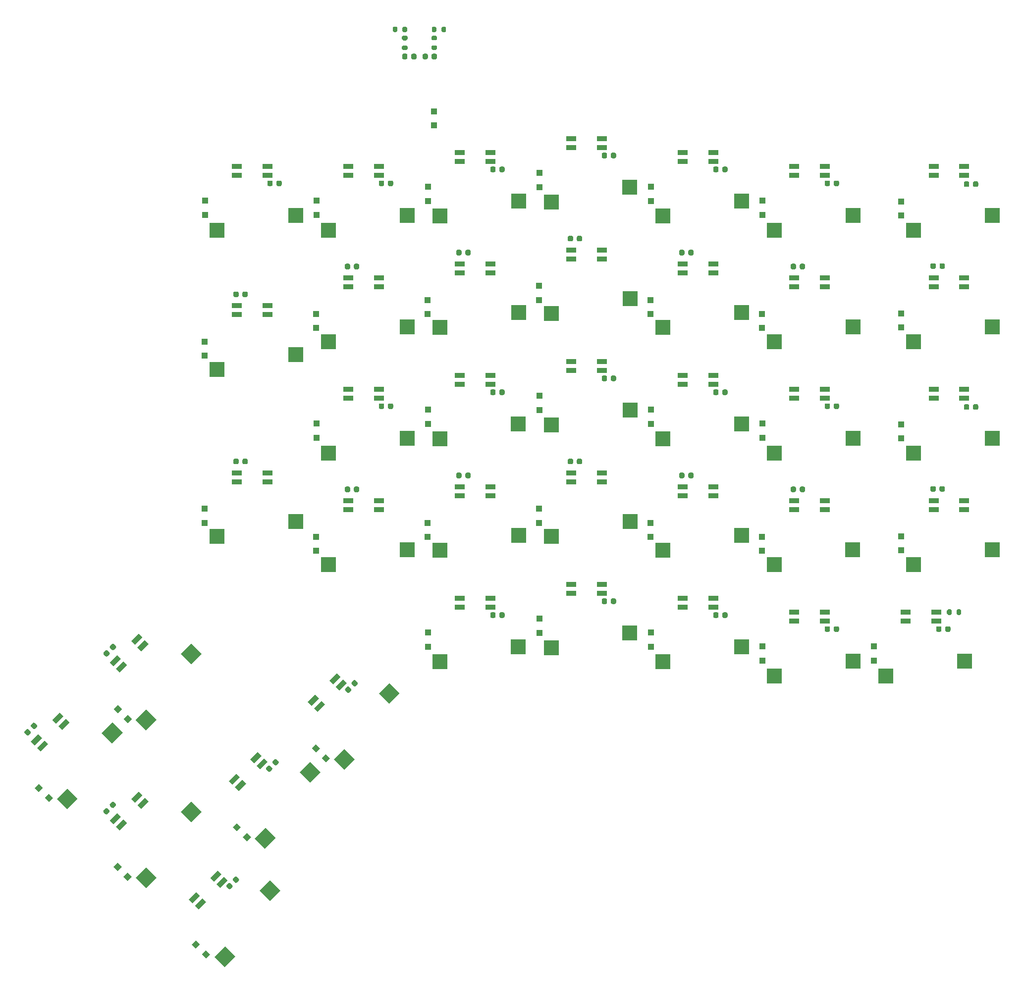
<source format=gbr>
%TF.GenerationSoftware,KiCad,Pcbnew,(5.1.8)-1*%
%TF.CreationDate,2022-07-09T18:06:19+10:00*%
%TF.ProjectId,ergonomic_split_right,6572676f-6e6f-46d6-9963-5f73706c6974,rev?*%
%TF.SameCoordinates,Original*%
%TF.FileFunction,Paste,Bot*%
%TF.FilePolarity,Positive*%
%FSLAX46Y46*%
G04 Gerber Fmt 4.6, Leading zero omitted, Abs format (unit mm)*
G04 Created by KiCad (PCBNEW (5.1.8)-1) date 2022-07-09 18:06:19*
%MOMM*%
%LPD*%
G01*
G04 APERTURE LIST*
%ADD10C,0.100000*%
%ADD11R,1.000000X1.000000*%
%ADD12R,2.550000X2.500000*%
%ADD13R,1.800000X0.900000*%
G04 APERTURE END LIST*
%TO.C,SW12*%
G36*
G01*
X127360215Y-150958835D02*
X127006661Y-150605281D01*
G75*
G02*
X127006661Y-150287083I159099J159099D01*
G01*
X127324859Y-149968885D01*
G75*
G02*
X127643057Y-149968885I159099J-159099D01*
G01*
X127996611Y-150322439D01*
G75*
G02*
X127996611Y-150640637I-159099J-159099D01*
G01*
X127678413Y-150958835D01*
G75*
G02*
X127360215Y-150958835I-159099J159099D01*
G01*
G37*
D10*
G36*
X128727292Y-159971943D02*
G01*
X129434399Y-159264836D01*
X130141506Y-159971943D01*
X129434399Y-160679050D01*
X128727292Y-159971943D01*
G37*
G36*
X130424348Y-161668999D02*
G01*
X131131455Y-160961892D01*
X131838562Y-161668999D01*
X131131455Y-162376106D01*
X130424348Y-161668999D01*
G37*
G36*
G01*
X128456230Y-149862819D02*
X128102676Y-149509265D01*
G75*
G02*
X128102676Y-149191067I159099J159099D01*
G01*
X128420874Y-148872869D01*
G75*
G02*
X128739072Y-148872869I159099J-159099D01*
G01*
X129092626Y-149226423D01*
G75*
G02*
X129092626Y-149544621I-159099J-159099D01*
G01*
X128774428Y-149862819D01*
G75*
G02*
X128456230Y-149862819I-159099J159099D01*
G01*
G37*
G36*
X130373069Y-151830824D02*
G01*
X131009465Y-152467220D01*
X129736673Y-153740012D01*
X129100277Y-153103616D01*
X130373069Y-151830824D01*
G37*
G36*
X132989364Y-147093209D02*
G01*
X133625760Y-147729605D01*
X132352968Y-149002397D01*
X131716572Y-148366001D01*
X132989364Y-147093209D01*
G37*
G36*
X129312409Y-150770164D02*
G01*
X129948805Y-151406560D01*
X128676013Y-152679352D01*
X128039617Y-152042956D01*
X129312409Y-150770164D01*
G37*
G36*
X134050024Y-148153869D02*
G01*
X134686420Y-148790265D01*
X133413628Y-150063057D01*
X132777232Y-149426661D01*
X134050024Y-148153869D01*
G37*
G36*
X141985637Y-148758480D02*
G01*
X143753404Y-150526247D01*
X141950281Y-152329370D01*
X140182514Y-150561603D01*
X141985637Y-148758480D01*
G37*
G36*
X134288779Y-160047440D02*
G01*
X136056546Y-161815207D01*
X134253423Y-163618330D01*
X132485656Y-161850563D01*
X134288779Y-160047440D01*
G37*
%TD*%
%TO.C,SW1*%
G36*
G01*
X113871719Y-164452550D02*
X113518165Y-164098996D01*
G75*
G02*
X113518165Y-163780798I159099J159099D01*
G01*
X113836363Y-163462600D01*
G75*
G02*
X114154561Y-163462600I159099J-159099D01*
G01*
X114508115Y-163816154D01*
G75*
G02*
X114508115Y-164134352I-159099J-159099D01*
G01*
X114189917Y-164452550D01*
G75*
G02*
X113871719Y-164452550I-159099J159099D01*
G01*
G37*
G36*
X115238796Y-173465658D02*
G01*
X115945903Y-172758551D01*
X116653010Y-173465658D01*
X115945903Y-174172765D01*
X115238796Y-173465658D01*
G37*
G36*
X116935852Y-175162714D02*
G01*
X117642959Y-174455607D01*
X118350066Y-175162714D01*
X117642959Y-175869821D01*
X116935852Y-175162714D01*
G37*
G36*
G01*
X114967734Y-163356534D02*
X114614180Y-163002980D01*
G75*
G02*
X114614180Y-162684782I159099J159099D01*
G01*
X114932378Y-162366584D01*
G75*
G02*
X115250576Y-162366584I159099J-159099D01*
G01*
X115604130Y-162720138D01*
G75*
G02*
X115604130Y-163038336I-159099J-159099D01*
G01*
X115285932Y-163356534D01*
G75*
G02*
X114967734Y-163356534I-159099J159099D01*
G01*
G37*
G36*
X116884573Y-165324539D02*
G01*
X117520969Y-165960935D01*
X116248177Y-167233727D01*
X115611781Y-166597331D01*
X116884573Y-165324539D01*
G37*
G36*
X119500868Y-160586924D02*
G01*
X120137264Y-161223320D01*
X118864472Y-162496112D01*
X118228076Y-161859716D01*
X119500868Y-160586924D01*
G37*
G36*
X115823913Y-164263879D02*
G01*
X116460309Y-164900275D01*
X115187517Y-166173067D01*
X114551121Y-165536671D01*
X115823913Y-164263879D01*
G37*
G36*
X120561528Y-161647584D02*
G01*
X121197924Y-162283980D01*
X119925132Y-163556772D01*
X119288736Y-162920376D01*
X120561528Y-161647584D01*
G37*
G36*
X128497141Y-162252195D02*
G01*
X130264908Y-164019962D01*
X128461785Y-165823085D01*
X126694018Y-164055318D01*
X128497141Y-162252195D01*
G37*
G36*
X120800283Y-173541155D02*
G01*
X122568050Y-175308922D01*
X120764927Y-177112045D01*
X118997160Y-175344278D01*
X120800283Y-173541155D01*
G37*
%TD*%
%TO.C,SW35*%
G36*
G01*
X148381215Y-190748605D02*
X148027661Y-190395051D01*
G75*
G02*
X148027661Y-190076853I159099J159099D01*
G01*
X148345859Y-189758655D01*
G75*
G02*
X148664057Y-189758655I159099J-159099D01*
G01*
X149017611Y-190112209D01*
G75*
G02*
X149017611Y-190430407I-159099J-159099D01*
G01*
X148699413Y-190748605D01*
G75*
G02*
X148381215Y-190748605I-159099J159099D01*
G01*
G37*
G36*
G01*
X149477231Y-189652589D02*
X149123677Y-189299035D01*
G75*
G02*
X149123677Y-188980837I159099J159099D01*
G01*
X149441875Y-188662639D01*
G75*
G02*
X149760073Y-188662639I159099J-159099D01*
G01*
X150113627Y-189016193D01*
G75*
G02*
X150113627Y-189334391I-159099J-159099D01*
G01*
X149795429Y-189652589D01*
G75*
G02*
X149477231Y-189652589I-159099J159099D01*
G01*
G37*
G36*
X142075562Y-200214318D02*
G01*
X142782669Y-199507211D01*
X143489776Y-200214318D01*
X142782669Y-200921425D01*
X142075562Y-200214318D01*
G37*
G36*
X143772618Y-201911374D02*
G01*
X144479725Y-201204267D01*
X145186832Y-201911374D01*
X144479725Y-202618481D01*
X143772618Y-201911374D01*
G37*
G36*
X155479387Y-189239730D02*
G01*
X157247154Y-191007497D01*
X155444031Y-192810620D01*
X153676264Y-191042853D01*
X155479387Y-189239730D01*
G37*
G36*
X143865157Y-192312110D02*
G01*
X144501553Y-192948506D01*
X143228761Y-194221298D01*
X142592365Y-193584902D01*
X143865157Y-192312110D01*
G37*
G36*
X147782529Y-200528690D02*
G01*
X149550296Y-202296457D01*
X147747173Y-204099580D01*
X145979406Y-202331813D01*
X147782529Y-200528690D01*
G37*
G36*
X142804497Y-191251450D02*
G01*
X143440893Y-191887846D01*
X142168101Y-193160638D01*
X141531705Y-192524242D01*
X142804497Y-191251450D01*
G37*
G36*
X146481452Y-187574494D02*
G01*
X147117848Y-188210890D01*
X145845056Y-189483682D01*
X145208660Y-188847286D01*
X146481452Y-187574494D01*
G37*
G36*
X147542113Y-188635155D02*
G01*
X148178509Y-189271551D01*
X146905717Y-190544343D01*
X146269321Y-189907947D01*
X147542113Y-188635155D01*
G37*
%TD*%
%TO.C,C4*%
G36*
G01*
X183965000Y-48175100D02*
X183965000Y-48675100D01*
G75*
G02*
X183740000Y-48900100I-225000J0D01*
G01*
X183290000Y-48900100D01*
G75*
G02*
X183065000Y-48675100I0J225000D01*
G01*
X183065000Y-48175100D01*
G75*
G02*
X183290000Y-47950100I225000J0D01*
G01*
X183740000Y-47950100D01*
G75*
G02*
X183965000Y-48175100I0J-225000D01*
G01*
G37*
G36*
G01*
X182415000Y-48175100D02*
X182415000Y-48675100D01*
G75*
G02*
X182190000Y-48900100I-225000J0D01*
G01*
X181740000Y-48900100D01*
G75*
G02*
X181515000Y-48675100I0J225000D01*
G01*
X181515000Y-48175100D01*
G75*
G02*
X181740000Y-47950100I225000J0D01*
G01*
X182190000Y-47950100D01*
G75*
G02*
X182415000Y-48175100I0J-225000D01*
G01*
G37*
%TD*%
%TO.C,C6*%
G36*
G01*
X178035800Y-48675100D02*
X178035800Y-48175100D01*
G75*
G02*
X178260800Y-47950100I225000J0D01*
G01*
X178710800Y-47950100D01*
G75*
G02*
X178935800Y-48175100I0J-225000D01*
G01*
X178935800Y-48675100D01*
G75*
G02*
X178710800Y-48900100I-225000J0D01*
G01*
X178260800Y-48900100D01*
G75*
G02*
X178035800Y-48675100I0J225000D01*
G01*
G37*
G36*
G01*
X179585800Y-48675100D02*
X179585800Y-48175100D01*
G75*
G02*
X179810800Y-47950100I225000J0D01*
G01*
X180260800Y-47950100D01*
G75*
G02*
X180485800Y-48175100I0J-225000D01*
G01*
X180485800Y-48675100D01*
G75*
G02*
X180260800Y-48900100I-225000J0D01*
G01*
X179810800Y-48900100D01*
G75*
G02*
X179585800Y-48675100I0J225000D01*
G01*
G37*
%TD*%
D11*
%TO.C,D1*%
X183454040Y-57808160D03*
X183454040Y-60208160D03*
%TD*%
%TO.C,R1*%
G36*
G01*
X271938700Y-143146100D02*
X271938700Y-143696100D01*
G75*
G02*
X271738700Y-143896100I-200000J0D01*
G01*
X271338700Y-143896100D01*
G75*
G02*
X271138700Y-143696100I0J200000D01*
G01*
X271138700Y-143146100D01*
G75*
G02*
X271338700Y-142946100I200000J0D01*
G01*
X271738700Y-142946100D01*
G75*
G02*
X271938700Y-143146100I0J-200000D01*
G01*
G37*
G36*
G01*
X273588700Y-143146100D02*
X273588700Y-143696100D01*
G75*
G02*
X273388700Y-143896100I-200000J0D01*
G01*
X272988700Y-143896100D01*
G75*
G02*
X272788700Y-143696100I0J200000D01*
G01*
X272788700Y-143146100D01*
G75*
G02*
X272988700Y-142946100I200000J0D01*
G01*
X273388700Y-142946100D01*
G75*
G02*
X273588700Y-143146100I0J-200000D01*
G01*
G37*
%TD*%
%TO.C,R4*%
G36*
G01*
X183227300Y-44862800D02*
X183777300Y-44862800D01*
G75*
G02*
X183977300Y-45062800I0J-200000D01*
G01*
X183977300Y-45462800D01*
G75*
G02*
X183777300Y-45662800I-200000J0D01*
G01*
X183227300Y-45662800D01*
G75*
G02*
X183027300Y-45462800I0J200000D01*
G01*
X183027300Y-45062800D01*
G75*
G02*
X183227300Y-44862800I200000J0D01*
G01*
G37*
G36*
G01*
X183227300Y-46512800D02*
X183777300Y-46512800D01*
G75*
G02*
X183977300Y-46712800I0J-200000D01*
G01*
X183977300Y-47112800D01*
G75*
G02*
X183777300Y-47312800I-200000J0D01*
G01*
X183227300Y-47312800D01*
G75*
G02*
X183027300Y-47112800I0J200000D01*
G01*
X183027300Y-46712800D01*
G75*
G02*
X183227300Y-46512800I200000J0D01*
G01*
G37*
%TD*%
%TO.C,R7*%
G36*
G01*
X178198100Y-46525500D02*
X178748100Y-46525500D01*
G75*
G02*
X178948100Y-46725500I0J-200000D01*
G01*
X178948100Y-47125500D01*
G75*
G02*
X178748100Y-47325500I-200000J0D01*
G01*
X178198100Y-47325500D01*
G75*
G02*
X177998100Y-47125500I0J200000D01*
G01*
X177998100Y-46725500D01*
G75*
G02*
X178198100Y-46525500I200000J0D01*
G01*
G37*
G36*
G01*
X178198100Y-44875500D02*
X178748100Y-44875500D01*
G75*
G02*
X178948100Y-45075500I0J-200000D01*
G01*
X178948100Y-45475500D01*
G75*
G02*
X178748100Y-45675500I-200000J0D01*
G01*
X178198100Y-45675500D01*
G75*
G02*
X177998100Y-45475500I0J200000D01*
G01*
X177998100Y-45075500D01*
G75*
G02*
X178198100Y-44875500I200000J0D01*
G01*
G37*
%TD*%
%TO.C,R8*%
G36*
G01*
X177223100Y-43514600D02*
X177223100Y-44064600D01*
G75*
G02*
X177023100Y-44264600I-200000J0D01*
G01*
X176623100Y-44264600D01*
G75*
G02*
X176423100Y-44064600I0J200000D01*
G01*
X176423100Y-43514600D01*
G75*
G02*
X176623100Y-43314600I200000J0D01*
G01*
X177023100Y-43314600D01*
G75*
G02*
X177223100Y-43514600I0J-200000D01*
G01*
G37*
G36*
G01*
X178873100Y-43514600D02*
X178873100Y-44064600D01*
G75*
G02*
X178673100Y-44264600I-200000J0D01*
G01*
X178273100Y-44264600D01*
G75*
G02*
X178073100Y-44064600I0J200000D01*
G01*
X178073100Y-43514600D01*
G75*
G02*
X178273100Y-43314600I200000J0D01*
G01*
X178673100Y-43314600D01*
G75*
G02*
X178873100Y-43514600I0J-200000D01*
G01*
G37*
%TD*%
%TO.C,R9*%
G36*
G01*
X183089600Y-44064600D02*
X183089600Y-43514600D01*
G75*
G02*
X183289600Y-43314600I200000J0D01*
G01*
X183689600Y-43314600D01*
G75*
G02*
X183889600Y-43514600I0J-200000D01*
G01*
X183889600Y-44064600D01*
G75*
G02*
X183689600Y-44264600I-200000J0D01*
G01*
X183289600Y-44264600D01*
G75*
G02*
X183089600Y-44064600I0J200000D01*
G01*
G37*
G36*
G01*
X184739600Y-44064600D02*
X184739600Y-43514600D01*
G75*
G02*
X184939600Y-43314600I200000J0D01*
G01*
X185339600Y-43314600D01*
G75*
G02*
X185539600Y-43514600I0J-200000D01*
G01*
X185539600Y-44064600D01*
G75*
G02*
X185339600Y-44264600I-200000J0D01*
G01*
X184939600Y-44264600D01*
G75*
G02*
X184739600Y-44064600I0J200000D01*
G01*
G37*
%TD*%
%TO.C,SW2*%
G36*
G01*
X274037340Y-70498780D02*
X274037340Y-69998780D01*
G75*
G02*
X274262340Y-69773780I225000J0D01*
G01*
X274712340Y-69773780D01*
G75*
G02*
X274937340Y-69998780I0J-225000D01*
G01*
X274937340Y-70498780D01*
G75*
G02*
X274712340Y-70723780I-225000J0D01*
G01*
X274262340Y-70723780D01*
G75*
G02*
X274037340Y-70498780I0J225000D01*
G01*
G37*
X263324340Y-73195180D03*
X263324340Y-75595180D03*
G36*
G01*
X275587340Y-70498780D02*
X275587340Y-69998780D01*
G75*
G02*
X275812340Y-69773780I225000J0D01*
G01*
X276262340Y-69773780D01*
G75*
G02*
X276487340Y-69998780I0J-225000D01*
G01*
X276487340Y-70498780D01*
G75*
G02*
X276262340Y-70723780I-225000J0D01*
G01*
X275812340Y-70723780D01*
G75*
G02*
X275587340Y-70498780I0J225000D01*
G01*
G37*
D12*
X278868760Y-75561310D03*
D13*
X268858760Y-68721310D03*
D12*
X265443760Y-78101310D03*
D13*
X268858760Y-67221310D03*
X274058760Y-67221310D03*
X274058760Y-68721310D03*
%TD*%
%TO.C,SW3*%
G36*
G01*
X268322340Y-84494180D02*
X268322340Y-83994180D01*
G75*
G02*
X268547340Y-83769180I225000J0D01*
G01*
X268997340Y-83769180D01*
G75*
G02*
X269222340Y-83994180I0J-225000D01*
G01*
X269222340Y-84494180D01*
G75*
G02*
X268997340Y-84719180I-225000J0D01*
G01*
X268547340Y-84719180D01*
G75*
G02*
X268322340Y-84494180I0J225000D01*
G01*
G37*
D11*
X263273540Y-92321380D03*
X263273540Y-94721380D03*
G36*
G01*
X269872340Y-84494180D02*
X269872340Y-83994180D01*
G75*
G02*
X270097340Y-83769180I225000J0D01*
G01*
X270547340Y-83769180D01*
G75*
G02*
X270772340Y-83994180I0J-225000D01*
G01*
X270772340Y-84494180D01*
G75*
G02*
X270547340Y-84719180I-225000J0D01*
G01*
X270097340Y-84719180D01*
G75*
G02*
X269872340Y-84494180I0J225000D01*
G01*
G37*
D13*
X268859960Y-87772460D03*
X274059960Y-86272460D03*
X268859960Y-86272460D03*
X274059960Y-87772460D03*
D12*
X278868760Y-94611310D03*
X265443760Y-97151310D03*
%TD*%
D13*
%TO.C,SW4*%
X274058760Y-106821310D03*
X274058760Y-105321310D03*
X268858760Y-105321310D03*
D12*
X265443760Y-116201310D03*
D13*
X268858760Y-106821310D03*
D12*
X278868760Y-113661310D03*
G36*
G01*
X275587340Y-108598780D02*
X275587340Y-108098780D01*
G75*
G02*
X275812340Y-107873780I225000J0D01*
G01*
X276262340Y-107873780D01*
G75*
G02*
X276487340Y-108098780I0J-225000D01*
G01*
X276487340Y-108598780D01*
G75*
G02*
X276262340Y-108823780I-225000J0D01*
G01*
X275812340Y-108823780D01*
G75*
G02*
X275587340Y-108598780I0J225000D01*
G01*
G37*
D11*
X263324340Y-113695180D03*
X263324340Y-111295180D03*
G36*
G01*
X274037340Y-108598780D02*
X274037340Y-108098780D01*
G75*
G02*
X274262340Y-107873780I225000J0D01*
G01*
X274712340Y-107873780D01*
G75*
G02*
X274937340Y-108098780I0J-225000D01*
G01*
X274937340Y-108598780D01*
G75*
G02*
X274712340Y-108823780I-225000J0D01*
G01*
X274262340Y-108823780D01*
G75*
G02*
X274037340Y-108598780I0J225000D01*
G01*
G37*
%TD*%
D12*
%TO.C,SW5*%
X265441220Y-135248770D03*
X278866220Y-132708770D03*
D13*
X274057420Y-125869920D03*
X268857420Y-124369920D03*
X274057420Y-124369920D03*
X268857420Y-125869920D03*
G36*
G01*
X269869800Y-122591640D02*
X269869800Y-122091640D01*
G75*
G02*
X270094800Y-121866640I225000J0D01*
G01*
X270544800Y-121866640D01*
G75*
G02*
X270769800Y-122091640I0J-225000D01*
G01*
X270769800Y-122591640D01*
G75*
G02*
X270544800Y-122816640I-225000J0D01*
G01*
X270094800Y-122816640D01*
G75*
G02*
X269869800Y-122591640I0J225000D01*
G01*
G37*
D11*
X263271000Y-132818840D03*
X263271000Y-130418840D03*
G36*
G01*
X268319800Y-122591640D02*
X268319800Y-122091640D01*
G75*
G02*
X268544800Y-121866640I225000J0D01*
G01*
X268994800Y-121866640D01*
G75*
G02*
X269219800Y-122091640I0J-225000D01*
G01*
X269219800Y-122591640D01*
G75*
G02*
X268994800Y-122816640I-225000J0D01*
G01*
X268544800Y-122816640D01*
G75*
G02*
X268319800Y-122591640I0J225000D01*
G01*
G37*
%TD*%
D10*
%TO.C,SW6*%
G36*
X134288779Y-187034940D02*
G01*
X136056546Y-188802707D01*
X134253423Y-190605830D01*
X132485656Y-188838063D01*
X134288779Y-187034940D01*
G37*
G36*
X141985637Y-175745980D02*
G01*
X143753404Y-177513747D01*
X141950281Y-179316870D01*
X140182514Y-177549103D01*
X141985637Y-175745980D01*
G37*
G36*
X134050024Y-175141369D02*
G01*
X134686420Y-175777765D01*
X133413628Y-177050557D01*
X132777232Y-176414161D01*
X134050024Y-175141369D01*
G37*
G36*
X129312409Y-177757664D02*
G01*
X129948805Y-178394060D01*
X128676013Y-179666852D01*
X128039617Y-179030456D01*
X129312409Y-177757664D01*
G37*
G36*
X132989364Y-174080709D02*
G01*
X133625760Y-174717105D01*
X132352968Y-175989897D01*
X131716572Y-175353501D01*
X132989364Y-174080709D01*
G37*
G36*
X130373069Y-178818324D02*
G01*
X131009465Y-179454720D01*
X129736673Y-180727512D01*
X129100277Y-180091116D01*
X130373069Y-178818324D01*
G37*
G36*
G01*
X128456230Y-176850319D02*
X128102676Y-176496765D01*
G75*
G02*
X128102676Y-176178567I159099J159099D01*
G01*
X128420874Y-175860369D01*
G75*
G02*
X128739072Y-175860369I159099J-159099D01*
G01*
X129092626Y-176213923D01*
G75*
G02*
X129092626Y-176532121I-159099J-159099D01*
G01*
X128774428Y-176850319D01*
G75*
G02*
X128456230Y-176850319I-159099J159099D01*
G01*
G37*
G36*
X130424348Y-188656499D02*
G01*
X131131455Y-187949392D01*
X131838562Y-188656499D01*
X131131455Y-189363606D01*
X130424348Y-188656499D01*
G37*
G36*
X128727292Y-186959443D02*
G01*
X129434399Y-186252336D01*
X130141506Y-186959443D01*
X129434399Y-187666550D01*
X128727292Y-186959443D01*
G37*
G36*
G01*
X127360215Y-177946335D02*
X127006661Y-177592781D01*
G75*
G02*
X127006661Y-177274583I159099J159099D01*
G01*
X127324859Y-176956385D01*
G75*
G02*
X127643057Y-176956385I159099J-159099D01*
G01*
X127996611Y-177309939D01*
G75*
G02*
X127996611Y-177628137I-159099J-159099D01*
G01*
X127678413Y-177946335D01*
G75*
G02*
X127360215Y-177946335I-159099J159099D01*
G01*
G37*
%TD*%
%TO.C,SW7*%
G36*
G01*
X174045160Y-70359080D02*
X174045160Y-69859080D01*
G75*
G02*
X174270160Y-69634080I225000J0D01*
G01*
X174720160Y-69634080D01*
G75*
G02*
X174945160Y-69859080I0J-225000D01*
G01*
X174945160Y-70359080D01*
G75*
G02*
X174720160Y-70584080I-225000J0D01*
G01*
X174270160Y-70584080D01*
G75*
G02*
X174045160Y-70359080I0J225000D01*
G01*
G37*
G36*
G01*
X175595160Y-70359080D02*
X175595160Y-69859080D01*
G75*
G02*
X175820160Y-69634080I225000J0D01*
G01*
X176270160Y-69634080D01*
G75*
G02*
X176495160Y-69859080I0J-225000D01*
G01*
X176495160Y-70359080D01*
G75*
G02*
X176270160Y-70584080I-225000J0D01*
G01*
X175820160Y-70584080D01*
G75*
G02*
X175595160Y-70359080I0J225000D01*
G01*
G37*
D11*
X163393120Y-73093580D03*
X163393120Y-75493580D03*
D12*
X178856260Y-75561310D03*
D13*
X168846260Y-68721310D03*
D12*
X165431260Y-78101310D03*
D13*
X168846260Y-67221310D03*
X174046260Y-67221310D03*
X174046260Y-68721310D03*
%TD*%
%TO.C,SW8*%
G36*
G01*
X168233640Y-84575460D02*
X168233640Y-84075460D01*
G75*
G02*
X168458640Y-83850460I225000J0D01*
G01*
X168908640Y-83850460D01*
G75*
G02*
X169133640Y-84075460I0J-225000D01*
G01*
X169133640Y-84575460D01*
G75*
G02*
X168908640Y-84800460I-225000J0D01*
G01*
X168458640Y-84800460D01*
G75*
G02*
X168233640Y-84575460I0J225000D01*
G01*
G37*
D11*
X163327080Y-92415360D03*
X163327080Y-94815360D03*
G36*
G01*
X169783640Y-84575460D02*
X169783640Y-84075460D01*
G75*
G02*
X170008640Y-83850460I225000J0D01*
G01*
X170458640Y-83850460D01*
G75*
G02*
X170683640Y-84075460I0J-225000D01*
G01*
X170683640Y-84575460D01*
G75*
G02*
X170458640Y-84800460I-225000J0D01*
G01*
X170008640Y-84800460D01*
G75*
G02*
X169783640Y-84575460I0J225000D01*
G01*
G37*
D13*
X168847460Y-87772460D03*
X174047460Y-86272460D03*
X168847460Y-86272460D03*
X174047460Y-87772460D03*
D12*
X178856260Y-94611310D03*
X165431260Y-97151310D03*
%TD*%
D13*
%TO.C,SW9*%
X174046260Y-106821310D03*
X174046260Y-105321310D03*
X168846260Y-105321310D03*
D12*
X165431260Y-116201310D03*
D13*
X168846260Y-106821310D03*
D12*
X178856260Y-113661310D03*
D11*
X163393120Y-113593580D03*
X163393120Y-111193580D03*
G36*
G01*
X175595160Y-108459080D02*
X175595160Y-107959080D01*
G75*
G02*
X175820160Y-107734080I225000J0D01*
G01*
X176270160Y-107734080D01*
G75*
G02*
X176495160Y-107959080I0J-225000D01*
G01*
X176495160Y-108459080D01*
G75*
G02*
X176270160Y-108684080I-225000J0D01*
G01*
X175820160Y-108684080D01*
G75*
G02*
X175595160Y-108459080I0J225000D01*
G01*
G37*
G36*
G01*
X174045160Y-108459080D02*
X174045160Y-107959080D01*
G75*
G02*
X174270160Y-107734080I225000J0D01*
G01*
X174720160Y-107734080D01*
G75*
G02*
X174945160Y-107959080I0J-225000D01*
G01*
X174945160Y-108459080D01*
G75*
G02*
X174720160Y-108684080I-225000J0D01*
G01*
X174270160Y-108684080D01*
G75*
G02*
X174045160Y-108459080I0J225000D01*
G01*
G37*
%TD*%
%TO.C,SW10*%
G36*
G01*
X168233640Y-122675460D02*
X168233640Y-122175460D01*
G75*
G02*
X168458640Y-121950460I225000J0D01*
G01*
X168908640Y-121950460D01*
G75*
G02*
X169133640Y-122175460I0J-225000D01*
G01*
X169133640Y-122675460D01*
G75*
G02*
X168908640Y-122900460I-225000J0D01*
G01*
X168458640Y-122900460D01*
G75*
G02*
X168233640Y-122675460I0J225000D01*
G01*
G37*
X163327080Y-130515360D03*
X163327080Y-132915360D03*
G36*
G01*
X169783640Y-122675460D02*
X169783640Y-122175460D01*
G75*
G02*
X170008640Y-121950460I225000J0D01*
G01*
X170458640Y-121950460D01*
G75*
G02*
X170683640Y-122175460I0J-225000D01*
G01*
X170683640Y-122675460D01*
G75*
G02*
X170458640Y-122900460I-225000J0D01*
G01*
X170008640Y-122900460D01*
G75*
G02*
X169783640Y-122675460I0J225000D01*
G01*
G37*
D13*
X168847460Y-125872460D03*
X174047460Y-124372460D03*
X168847460Y-124372460D03*
X174047460Y-125872460D03*
D12*
X178856260Y-132711310D03*
X165431260Y-135251310D03*
%TD*%
%TO.C,SW11*%
G36*
G01*
X250245160Y-146559080D02*
X250245160Y-146059080D01*
G75*
G02*
X250470160Y-145834080I225000J0D01*
G01*
X250920160Y-145834080D01*
G75*
G02*
X251145160Y-146059080I0J-225000D01*
G01*
X251145160Y-146559080D01*
G75*
G02*
X250920160Y-146784080I-225000J0D01*
G01*
X250470160Y-146784080D01*
G75*
G02*
X250245160Y-146559080I0J225000D01*
G01*
G37*
G36*
G01*
X251795160Y-146559080D02*
X251795160Y-146059080D01*
G75*
G02*
X252020160Y-145834080I225000J0D01*
G01*
X252470160Y-145834080D01*
G75*
G02*
X252695160Y-146059080I0J-225000D01*
G01*
X252695160Y-146559080D01*
G75*
G02*
X252470160Y-146784080I-225000J0D01*
G01*
X252020160Y-146784080D01*
G75*
G02*
X251795160Y-146559080I0J225000D01*
G01*
G37*
D11*
X239593120Y-149293580D03*
X239593120Y-151693580D03*
D12*
X255056260Y-151761310D03*
D13*
X245046260Y-144921310D03*
D12*
X241631260Y-154301310D03*
D13*
X245046260Y-143421310D03*
X250246260Y-143421310D03*
X250246260Y-144921310D03*
%TD*%
%TO.C,SW13*%
X193096260Y-66340060D03*
X193096260Y-64840060D03*
X187896260Y-64840060D03*
D12*
X184481260Y-75720060D03*
D13*
X187896260Y-66340060D03*
D12*
X197906260Y-73180060D03*
D11*
X182443120Y-73112330D03*
X182443120Y-70712330D03*
G36*
G01*
X194645160Y-67977830D02*
X194645160Y-67477830D01*
G75*
G02*
X194870160Y-67252830I225000J0D01*
G01*
X195320160Y-67252830D01*
G75*
G02*
X195545160Y-67477830I0J-225000D01*
G01*
X195545160Y-67977830D01*
G75*
G02*
X195320160Y-68202830I-225000J0D01*
G01*
X194870160Y-68202830D01*
G75*
G02*
X194645160Y-67977830I0J225000D01*
G01*
G37*
G36*
G01*
X193095160Y-67977830D02*
X193095160Y-67477830D01*
G75*
G02*
X193320160Y-67252830I225000J0D01*
G01*
X193770160Y-67252830D01*
G75*
G02*
X193995160Y-67477830I0J-225000D01*
G01*
X193995160Y-67977830D01*
G75*
G02*
X193770160Y-68202830I-225000J0D01*
G01*
X193320160Y-68202830D01*
G75*
G02*
X193095160Y-67977830I0J225000D01*
G01*
G37*
%TD*%
D12*
%TO.C,SW14*%
X184481260Y-94770060D03*
X197906260Y-92230060D03*
D13*
X193097460Y-85391210D03*
X187897460Y-83891210D03*
X193097460Y-83891210D03*
X187897460Y-85391210D03*
G36*
G01*
X188833640Y-82194210D02*
X188833640Y-81694210D01*
G75*
G02*
X189058640Y-81469210I225000J0D01*
G01*
X189508640Y-81469210D01*
G75*
G02*
X189733640Y-81694210I0J-225000D01*
G01*
X189733640Y-82194210D01*
G75*
G02*
X189508640Y-82419210I-225000J0D01*
G01*
X189058640Y-82419210D01*
G75*
G02*
X188833640Y-82194210I0J225000D01*
G01*
G37*
D11*
X182377080Y-92434110D03*
X182377080Y-90034110D03*
G36*
G01*
X187283640Y-82194210D02*
X187283640Y-81694210D01*
G75*
G02*
X187508640Y-81469210I225000J0D01*
G01*
X187958640Y-81469210D01*
G75*
G02*
X188183640Y-81694210I0J-225000D01*
G01*
X188183640Y-82194210D01*
G75*
G02*
X187958640Y-82419210I-225000J0D01*
G01*
X187508640Y-82419210D01*
G75*
G02*
X187283640Y-82194210I0J225000D01*
G01*
G37*
%TD*%
D13*
%TO.C,SW15*%
X193092520Y-104436370D03*
X193092520Y-102936370D03*
X187892520Y-102936370D03*
D12*
X184477520Y-113816370D03*
D13*
X187892520Y-104436370D03*
D12*
X197902520Y-111276370D03*
D11*
X182439380Y-111208640D03*
X182439380Y-108808640D03*
G36*
G01*
X194641420Y-106074140D02*
X194641420Y-105574140D01*
G75*
G02*
X194866420Y-105349140I225000J0D01*
G01*
X195316420Y-105349140D01*
G75*
G02*
X195541420Y-105574140I0J-225000D01*
G01*
X195541420Y-106074140D01*
G75*
G02*
X195316420Y-106299140I-225000J0D01*
G01*
X194866420Y-106299140D01*
G75*
G02*
X194641420Y-106074140I0J225000D01*
G01*
G37*
G36*
G01*
X193091420Y-106074140D02*
X193091420Y-105574140D01*
G75*
G02*
X193316420Y-105349140I225000J0D01*
G01*
X193766420Y-105349140D01*
G75*
G02*
X193991420Y-105574140I0J-225000D01*
G01*
X193991420Y-106074140D01*
G75*
G02*
X193766420Y-106299140I-225000J0D01*
G01*
X193316420Y-106299140D01*
G75*
G02*
X193091420Y-106074140I0J225000D01*
G01*
G37*
%TD*%
D12*
%TO.C,SW16*%
X184481260Y-132870060D03*
X197906260Y-130330060D03*
D13*
X193097460Y-123491210D03*
X187897460Y-121991210D03*
X193097460Y-121991210D03*
X187897460Y-123491210D03*
G36*
G01*
X188833640Y-120294210D02*
X188833640Y-119794210D01*
G75*
G02*
X189058640Y-119569210I225000J0D01*
G01*
X189508640Y-119569210D01*
G75*
G02*
X189733640Y-119794210I0J-225000D01*
G01*
X189733640Y-120294210D01*
G75*
G02*
X189508640Y-120519210I-225000J0D01*
G01*
X189058640Y-120519210D01*
G75*
G02*
X188833640Y-120294210I0J225000D01*
G01*
G37*
D11*
X182377080Y-130534110D03*
X182377080Y-128134110D03*
G36*
G01*
X187283640Y-120294210D02*
X187283640Y-119794210D01*
G75*
G02*
X187508640Y-119569210I225000J0D01*
G01*
X187958640Y-119569210D01*
G75*
G02*
X188183640Y-119794210I0J-225000D01*
G01*
X188183640Y-120294210D01*
G75*
G02*
X187958640Y-120519210I-225000J0D01*
G01*
X187508640Y-120519210D01*
G75*
G02*
X187283640Y-120294210I0J225000D01*
G01*
G37*
%TD*%
%TO.C,SW17*%
G36*
G01*
X193091420Y-144174140D02*
X193091420Y-143674140D01*
G75*
G02*
X193316420Y-143449140I225000J0D01*
G01*
X193766420Y-143449140D01*
G75*
G02*
X193991420Y-143674140I0J-225000D01*
G01*
X193991420Y-144174140D01*
G75*
G02*
X193766420Y-144399140I-225000J0D01*
G01*
X193316420Y-144399140D01*
G75*
G02*
X193091420Y-144174140I0J225000D01*
G01*
G37*
G36*
G01*
X194641420Y-144174140D02*
X194641420Y-143674140D01*
G75*
G02*
X194866420Y-143449140I225000J0D01*
G01*
X195316420Y-143449140D01*
G75*
G02*
X195541420Y-143674140I0J-225000D01*
G01*
X195541420Y-144174140D01*
G75*
G02*
X195316420Y-144399140I-225000J0D01*
G01*
X194866420Y-144399140D01*
G75*
G02*
X194641420Y-144174140I0J225000D01*
G01*
G37*
X182439380Y-146908640D03*
X182439380Y-149308640D03*
D12*
X197902520Y-149376370D03*
D13*
X187892520Y-142536370D03*
D12*
X184477520Y-151916370D03*
D13*
X187892520Y-141036370D03*
X193092520Y-141036370D03*
X193092520Y-142536370D03*
%TD*%
D10*
%TO.C,SW18*%
G36*
X154401383Y-168381195D02*
G01*
X155037779Y-169017591D01*
X153764987Y-170290383D01*
X153128591Y-169653987D01*
X154401383Y-168381195D01*
G37*
G36*
X153340722Y-167320534D02*
G01*
X153977118Y-167956930D01*
X152704326Y-169229722D01*
X152067930Y-168593326D01*
X153340722Y-167320534D01*
G37*
G36*
X149663767Y-170997490D02*
G01*
X150300163Y-171633886D01*
X149027371Y-172906678D01*
X148390975Y-172270282D01*
X149663767Y-170997490D01*
G37*
G36*
X154641799Y-180274730D02*
G01*
X156409566Y-182042497D01*
X154606443Y-183845620D01*
X152838676Y-182077853D01*
X154641799Y-180274730D01*
G37*
G36*
X150724427Y-172058150D02*
G01*
X151360823Y-172694546D01*
X150088031Y-173967338D01*
X149451635Y-173330942D01*
X150724427Y-172058150D01*
G37*
G36*
X162338657Y-168985770D02*
G01*
X164106424Y-170753537D01*
X162303301Y-172556660D01*
X160535534Y-170788893D01*
X162338657Y-168985770D01*
G37*
G36*
G01*
X156259271Y-169565662D02*
X155905717Y-169212108D01*
G75*
G02*
X155905717Y-168893910I159099J159099D01*
G01*
X156223915Y-168575712D01*
G75*
G02*
X156542113Y-168575712I159099J-159099D01*
G01*
X156895667Y-168929266D01*
G75*
G02*
X156895667Y-169247464I-159099J-159099D01*
G01*
X156577469Y-169565662D01*
G75*
G02*
X156259271Y-169565662I-159099J159099D01*
G01*
G37*
G36*
X150771980Y-181876532D02*
G01*
X151479087Y-181169425D01*
X152186194Y-181876532D01*
X151479087Y-182583639D01*
X150771980Y-181876532D01*
G37*
G36*
X149074924Y-180179476D02*
G01*
X149782031Y-179472369D01*
X150489138Y-180179476D01*
X149782031Y-180886583D01*
X149074924Y-180179476D01*
G37*
G36*
G01*
X155163255Y-170661678D02*
X154809701Y-170308124D01*
G75*
G02*
X154809701Y-169989926I159099J159099D01*
G01*
X155127899Y-169671728D01*
G75*
G02*
X155446097Y-169671728I159099J-159099D01*
G01*
X155799651Y-170025282D01*
G75*
G02*
X155799651Y-170343480I-159099J-159099D01*
G01*
X155481453Y-170661678D01*
G75*
G02*
X155163255Y-170661678I-159099J159099D01*
G01*
G37*
%TD*%
%TO.C,SW19*%
G36*
G01*
X212141420Y-65592890D02*
X212141420Y-65092890D01*
G75*
G02*
X212366420Y-64867890I225000J0D01*
G01*
X212816420Y-64867890D01*
G75*
G02*
X213041420Y-65092890I0J-225000D01*
G01*
X213041420Y-65592890D01*
G75*
G02*
X212816420Y-65817890I-225000J0D01*
G01*
X212366420Y-65817890D01*
G75*
G02*
X212141420Y-65592890I0J225000D01*
G01*
G37*
G36*
G01*
X213691420Y-65592890D02*
X213691420Y-65092890D01*
G75*
G02*
X213916420Y-64867890I225000J0D01*
G01*
X214366420Y-64867890D01*
G75*
G02*
X214591420Y-65092890I0J-225000D01*
G01*
X214591420Y-65592890D01*
G75*
G02*
X214366420Y-65817890I-225000J0D01*
G01*
X213916420Y-65817890D01*
G75*
G02*
X213691420Y-65592890I0J225000D01*
G01*
G37*
D11*
X201489380Y-68327390D03*
X201489380Y-70727390D03*
D12*
X216952520Y-70795120D03*
D13*
X206942520Y-63955120D03*
D12*
X203527520Y-73335120D03*
D13*
X206942520Y-62455120D03*
X212142520Y-62455120D03*
X212142520Y-63955120D03*
%TD*%
D12*
%TO.C,SW20*%
X203531260Y-92388810D03*
X216956260Y-89848810D03*
D13*
X212147460Y-83009960D03*
X206947460Y-81509960D03*
X212147460Y-81509960D03*
X206947460Y-83009960D03*
G36*
G01*
X207883640Y-79812960D02*
X207883640Y-79312960D01*
G75*
G02*
X208108640Y-79087960I225000J0D01*
G01*
X208558640Y-79087960D01*
G75*
G02*
X208783640Y-79312960I0J-225000D01*
G01*
X208783640Y-79812960D01*
G75*
G02*
X208558640Y-80037960I-225000J0D01*
G01*
X208108640Y-80037960D01*
G75*
G02*
X207883640Y-79812960I0J225000D01*
G01*
G37*
D11*
X201427080Y-90052860D03*
X201427080Y-87652860D03*
G36*
G01*
X206333640Y-79812960D02*
X206333640Y-79312960D01*
G75*
G02*
X206558640Y-79087960I225000J0D01*
G01*
X207008640Y-79087960D01*
G75*
G02*
X207233640Y-79312960I0J-225000D01*
G01*
X207233640Y-79812960D01*
G75*
G02*
X207008640Y-80037960I-225000J0D01*
G01*
X206558640Y-80037960D01*
G75*
G02*
X206333640Y-79812960I0J225000D01*
G01*
G37*
%TD*%
%TO.C,SW21*%
G36*
G01*
X212145160Y-103696580D02*
X212145160Y-103196580D01*
G75*
G02*
X212370160Y-102971580I225000J0D01*
G01*
X212820160Y-102971580D01*
G75*
G02*
X213045160Y-103196580I0J-225000D01*
G01*
X213045160Y-103696580D01*
G75*
G02*
X212820160Y-103921580I-225000J0D01*
G01*
X212370160Y-103921580D01*
G75*
G02*
X212145160Y-103696580I0J225000D01*
G01*
G37*
G36*
G01*
X213695160Y-103696580D02*
X213695160Y-103196580D01*
G75*
G02*
X213920160Y-102971580I225000J0D01*
G01*
X214370160Y-102971580D01*
G75*
G02*
X214595160Y-103196580I0J-225000D01*
G01*
X214595160Y-103696580D01*
G75*
G02*
X214370160Y-103921580I-225000J0D01*
G01*
X213920160Y-103921580D01*
G75*
G02*
X213695160Y-103696580I0J225000D01*
G01*
G37*
X201493120Y-106431080D03*
X201493120Y-108831080D03*
D12*
X216956260Y-108898810D03*
D13*
X206946260Y-102058810D03*
D12*
X203531260Y-111438810D03*
D13*
X206946260Y-100558810D03*
X212146260Y-100558810D03*
X212146260Y-102058810D03*
%TD*%
%TO.C,SW22*%
G36*
G01*
X206333640Y-117912960D02*
X206333640Y-117412960D01*
G75*
G02*
X206558640Y-117187960I225000J0D01*
G01*
X207008640Y-117187960D01*
G75*
G02*
X207233640Y-117412960I0J-225000D01*
G01*
X207233640Y-117912960D01*
G75*
G02*
X207008640Y-118137960I-225000J0D01*
G01*
X206558640Y-118137960D01*
G75*
G02*
X206333640Y-117912960I0J225000D01*
G01*
G37*
D11*
X201427080Y-125752860D03*
X201427080Y-128152860D03*
G36*
G01*
X207883640Y-117912960D02*
X207883640Y-117412960D01*
G75*
G02*
X208108640Y-117187960I225000J0D01*
G01*
X208558640Y-117187960D01*
G75*
G02*
X208783640Y-117412960I0J-225000D01*
G01*
X208783640Y-117912960D01*
G75*
G02*
X208558640Y-118137960I-225000J0D01*
G01*
X208108640Y-118137960D01*
G75*
G02*
X207883640Y-117912960I0J225000D01*
G01*
G37*
D13*
X206947460Y-121109960D03*
X212147460Y-119609960D03*
X206947460Y-119609960D03*
X212147460Y-121109960D03*
D12*
X216956260Y-127948810D03*
X203531260Y-130488810D03*
%TD*%
D13*
%TO.C,SW23*%
X212142520Y-140155120D03*
X212142520Y-138655120D03*
X206942520Y-138655120D03*
D12*
X203527520Y-149535120D03*
D13*
X206942520Y-140155120D03*
D12*
X216952520Y-146995120D03*
D11*
X201489380Y-146927390D03*
X201489380Y-144527390D03*
G36*
G01*
X213691420Y-141792890D02*
X213691420Y-141292890D01*
G75*
G02*
X213916420Y-141067890I225000J0D01*
G01*
X214366420Y-141067890D01*
G75*
G02*
X214591420Y-141292890I0J-225000D01*
G01*
X214591420Y-141792890D01*
G75*
G02*
X214366420Y-142017890I-225000J0D01*
G01*
X213916420Y-142017890D01*
G75*
G02*
X213691420Y-141792890I0J225000D01*
G01*
G37*
G36*
G01*
X212141420Y-141792890D02*
X212141420Y-141292890D01*
G75*
G02*
X212366420Y-141067890I225000J0D01*
G01*
X212816420Y-141067890D01*
G75*
G02*
X213041420Y-141292890I0J-225000D01*
G01*
X213041420Y-141792890D01*
G75*
G02*
X212816420Y-142017890I-225000J0D01*
G01*
X212366420Y-142017890D01*
G75*
G02*
X212141420Y-141792890I0J225000D01*
G01*
G37*
%TD*%
%TO.C,SW24*%
G36*
G01*
X168662259Y-157167893D02*
X168308705Y-156814339D01*
G75*
G02*
X168308705Y-156496141I159099J159099D01*
G01*
X168626903Y-156177943D01*
G75*
G02*
X168945101Y-156177943I159099J-159099D01*
G01*
X169298655Y-156531497D01*
G75*
G02*
X169298655Y-156849695I-159099J-159099D01*
G01*
X168980457Y-157167893D01*
G75*
G02*
X168662259Y-157167893I-159099J159099D01*
G01*
G37*
D10*
G36*
X162573928Y-166685691D02*
G01*
X163281035Y-165978584D01*
X163988142Y-166685691D01*
X163281035Y-167392798D01*
X162573928Y-166685691D01*
G37*
G36*
X164270984Y-168382747D02*
G01*
X164978091Y-167675640D01*
X165685198Y-168382747D01*
X164978091Y-169089854D01*
X164270984Y-168382747D01*
G37*
G36*
G01*
X169758275Y-156071877D02*
X169404721Y-155718323D01*
G75*
G02*
X169404721Y-155400125I159099J159099D01*
G01*
X169722919Y-155081927D01*
G75*
G02*
X170041117Y-155081927I159099J-159099D01*
G01*
X170394671Y-155435481D01*
G75*
G02*
X170394671Y-155753679I-159099J-159099D01*
G01*
X170076473Y-156071877D01*
G75*
G02*
X169758275Y-156071877I-159099J159099D01*
G01*
G37*
G36*
X175837661Y-155491985D02*
G01*
X177605428Y-157259752D01*
X175802305Y-159062875D01*
X174034538Y-157295108D01*
X175837661Y-155491985D01*
G37*
G36*
X164223431Y-158564365D02*
G01*
X164859827Y-159200761D01*
X163587035Y-160473553D01*
X162950639Y-159837157D01*
X164223431Y-158564365D01*
G37*
G36*
X168140803Y-166780945D02*
G01*
X169908570Y-168548712D01*
X168105447Y-170351835D01*
X166337680Y-168584068D01*
X168140803Y-166780945D01*
G37*
G36*
X163162771Y-157503705D02*
G01*
X163799167Y-158140101D01*
X162526375Y-159412893D01*
X161889979Y-158776497D01*
X163162771Y-157503705D01*
G37*
G36*
X166839726Y-153826749D02*
G01*
X167476122Y-154463145D01*
X166203330Y-155735937D01*
X165566934Y-155099541D01*
X166839726Y-153826749D01*
G37*
G36*
X167900387Y-154887410D02*
G01*
X168536783Y-155523806D01*
X167263991Y-156796598D01*
X166627595Y-156160202D01*
X167900387Y-154887410D01*
G37*
%TD*%
D13*
%TO.C,SW25*%
X231196260Y-66340060D03*
X231196260Y-64840060D03*
X225996260Y-64840060D03*
D12*
X222581260Y-75720060D03*
D13*
X225996260Y-66340060D03*
D12*
X236006260Y-73180060D03*
D11*
X220543120Y-73112330D03*
X220543120Y-70712330D03*
G36*
G01*
X232745160Y-67977830D02*
X232745160Y-67477830D01*
G75*
G02*
X232970160Y-67252830I225000J0D01*
G01*
X233420160Y-67252830D01*
G75*
G02*
X233645160Y-67477830I0J-225000D01*
G01*
X233645160Y-67977830D01*
G75*
G02*
X233420160Y-68202830I-225000J0D01*
G01*
X232970160Y-68202830D01*
G75*
G02*
X232745160Y-67977830I0J225000D01*
G01*
G37*
G36*
G01*
X231195160Y-67977830D02*
X231195160Y-67477830D01*
G75*
G02*
X231420160Y-67252830I225000J0D01*
G01*
X231870160Y-67252830D01*
G75*
G02*
X232095160Y-67477830I0J-225000D01*
G01*
X232095160Y-67977830D01*
G75*
G02*
X231870160Y-68202830I-225000J0D01*
G01*
X231420160Y-68202830D01*
G75*
G02*
X231195160Y-67977830I0J225000D01*
G01*
G37*
%TD*%
%TO.C,SW26*%
G36*
G01*
X225383640Y-82194210D02*
X225383640Y-81694210D01*
G75*
G02*
X225608640Y-81469210I225000J0D01*
G01*
X226058640Y-81469210D01*
G75*
G02*
X226283640Y-81694210I0J-225000D01*
G01*
X226283640Y-82194210D01*
G75*
G02*
X226058640Y-82419210I-225000J0D01*
G01*
X225608640Y-82419210D01*
G75*
G02*
X225383640Y-82194210I0J225000D01*
G01*
G37*
X220477080Y-90034110D03*
X220477080Y-92434110D03*
G36*
G01*
X226933640Y-82194210D02*
X226933640Y-81694210D01*
G75*
G02*
X227158640Y-81469210I225000J0D01*
G01*
X227608640Y-81469210D01*
G75*
G02*
X227833640Y-81694210I0J-225000D01*
G01*
X227833640Y-82194210D01*
G75*
G02*
X227608640Y-82419210I-225000J0D01*
G01*
X227158640Y-82419210D01*
G75*
G02*
X226933640Y-82194210I0J225000D01*
G01*
G37*
D13*
X225997460Y-85391210D03*
X231197460Y-83891210D03*
X225997460Y-83891210D03*
X231197460Y-85391210D03*
D12*
X236006260Y-92230060D03*
X222581260Y-94770060D03*
%TD*%
%TO.C,SW27*%
G36*
G01*
X231195160Y-106077830D02*
X231195160Y-105577830D01*
G75*
G02*
X231420160Y-105352830I225000J0D01*
G01*
X231870160Y-105352830D01*
G75*
G02*
X232095160Y-105577830I0J-225000D01*
G01*
X232095160Y-106077830D01*
G75*
G02*
X231870160Y-106302830I-225000J0D01*
G01*
X231420160Y-106302830D01*
G75*
G02*
X231195160Y-106077830I0J225000D01*
G01*
G37*
G36*
G01*
X232745160Y-106077830D02*
X232745160Y-105577830D01*
G75*
G02*
X232970160Y-105352830I225000J0D01*
G01*
X233420160Y-105352830D01*
G75*
G02*
X233645160Y-105577830I0J-225000D01*
G01*
X233645160Y-106077830D01*
G75*
G02*
X233420160Y-106302830I-225000J0D01*
G01*
X232970160Y-106302830D01*
G75*
G02*
X232745160Y-106077830I0J225000D01*
G01*
G37*
D11*
X220543120Y-108812330D03*
X220543120Y-111212330D03*
D12*
X236006260Y-111280060D03*
D13*
X225996260Y-104440060D03*
D12*
X222581260Y-113820060D03*
D13*
X225996260Y-102940060D03*
X231196260Y-102940060D03*
X231196260Y-104440060D03*
%TD*%
%TO.C,SW28*%
G36*
G01*
X225383640Y-120294210D02*
X225383640Y-119794210D01*
G75*
G02*
X225608640Y-119569210I225000J0D01*
G01*
X226058640Y-119569210D01*
G75*
G02*
X226283640Y-119794210I0J-225000D01*
G01*
X226283640Y-120294210D01*
G75*
G02*
X226058640Y-120519210I-225000J0D01*
G01*
X225608640Y-120519210D01*
G75*
G02*
X225383640Y-120294210I0J225000D01*
G01*
G37*
D11*
X220477080Y-128134110D03*
X220477080Y-130534110D03*
G36*
G01*
X226933640Y-120294210D02*
X226933640Y-119794210D01*
G75*
G02*
X227158640Y-119569210I225000J0D01*
G01*
X227608640Y-119569210D01*
G75*
G02*
X227833640Y-119794210I0J-225000D01*
G01*
X227833640Y-120294210D01*
G75*
G02*
X227608640Y-120519210I-225000J0D01*
G01*
X227158640Y-120519210D01*
G75*
G02*
X226933640Y-120294210I0J225000D01*
G01*
G37*
D13*
X225997460Y-123491210D03*
X231197460Y-121991210D03*
X225997460Y-121991210D03*
X231197460Y-123491210D03*
D12*
X236006260Y-130330060D03*
X222581260Y-132870060D03*
%TD*%
D13*
%TO.C,SW29*%
X231196260Y-142540060D03*
X231196260Y-141040060D03*
X225996260Y-141040060D03*
D12*
X222581260Y-151920060D03*
D13*
X225996260Y-142540060D03*
D12*
X236006260Y-149380060D03*
D11*
X220543120Y-149312330D03*
X220543120Y-146912330D03*
G36*
G01*
X232745160Y-144177830D02*
X232745160Y-143677830D01*
G75*
G02*
X232970160Y-143452830I225000J0D01*
G01*
X233420160Y-143452830D01*
G75*
G02*
X233645160Y-143677830I0J-225000D01*
G01*
X233645160Y-144177830D01*
G75*
G02*
X233420160Y-144402830I-225000J0D01*
G01*
X232970160Y-144402830D01*
G75*
G02*
X232745160Y-144177830I0J225000D01*
G01*
G37*
G36*
G01*
X231195160Y-144177830D02*
X231195160Y-143677830D01*
G75*
G02*
X231420160Y-143452830I225000J0D01*
G01*
X231870160Y-143452830D01*
G75*
G02*
X232095160Y-143677830I0J-225000D01*
G01*
X232095160Y-144177830D01*
G75*
G02*
X231870160Y-144402830I-225000J0D01*
G01*
X231420160Y-144402830D01*
G75*
G02*
X231195160Y-144177830I0J225000D01*
G01*
G37*
%TD*%
D13*
%TO.C,SW30*%
X269296260Y-144921310D03*
X269296260Y-143421310D03*
X264096260Y-143421310D03*
D12*
X260681260Y-154301310D03*
D13*
X264096260Y-144921310D03*
D12*
X274106260Y-151761310D03*
D11*
X258643120Y-151693580D03*
X258643120Y-149293580D03*
G36*
G01*
X270845160Y-146559080D02*
X270845160Y-146059080D01*
G75*
G02*
X271070160Y-145834080I225000J0D01*
G01*
X271520160Y-145834080D01*
G75*
G02*
X271745160Y-146059080I0J-225000D01*
G01*
X271745160Y-146559080D01*
G75*
G02*
X271520160Y-146784080I-225000J0D01*
G01*
X271070160Y-146784080D01*
G75*
G02*
X270845160Y-146559080I0J225000D01*
G01*
G37*
G36*
G01*
X269295160Y-146559080D02*
X269295160Y-146059080D01*
G75*
G02*
X269520160Y-145834080I225000J0D01*
G01*
X269970160Y-145834080D01*
G75*
G02*
X270195160Y-146059080I0J-225000D01*
G01*
X270195160Y-146559080D01*
G75*
G02*
X269970160Y-146784080I-225000J0D01*
G01*
X269520160Y-146784080D01*
G75*
G02*
X269295160Y-146559080I0J225000D01*
G01*
G37*
%TD*%
%TO.C,SW31*%
G36*
G01*
X250245160Y-70359080D02*
X250245160Y-69859080D01*
G75*
G02*
X250470160Y-69634080I225000J0D01*
G01*
X250920160Y-69634080D01*
G75*
G02*
X251145160Y-69859080I0J-225000D01*
G01*
X251145160Y-70359080D01*
G75*
G02*
X250920160Y-70584080I-225000J0D01*
G01*
X250470160Y-70584080D01*
G75*
G02*
X250245160Y-70359080I0J225000D01*
G01*
G37*
G36*
G01*
X251795160Y-70359080D02*
X251795160Y-69859080D01*
G75*
G02*
X252020160Y-69634080I225000J0D01*
G01*
X252470160Y-69634080D01*
G75*
G02*
X252695160Y-69859080I0J-225000D01*
G01*
X252695160Y-70359080D01*
G75*
G02*
X252470160Y-70584080I-225000J0D01*
G01*
X252020160Y-70584080D01*
G75*
G02*
X251795160Y-70359080I0J225000D01*
G01*
G37*
X239593120Y-73093580D03*
X239593120Y-75493580D03*
D12*
X255056260Y-75561310D03*
D13*
X245046260Y-68721310D03*
D12*
X241631260Y-78101310D03*
D13*
X245046260Y-67221310D03*
X250246260Y-67221310D03*
X250246260Y-68721310D03*
%TD*%
D12*
%TO.C,SW32*%
X241631260Y-97151310D03*
X255056260Y-94611310D03*
D13*
X250247460Y-87772460D03*
X245047460Y-86272460D03*
X250247460Y-86272460D03*
X245047460Y-87772460D03*
G36*
G01*
X245983640Y-84575460D02*
X245983640Y-84075460D01*
G75*
G02*
X246208640Y-83850460I225000J0D01*
G01*
X246658640Y-83850460D01*
G75*
G02*
X246883640Y-84075460I0J-225000D01*
G01*
X246883640Y-84575460D01*
G75*
G02*
X246658640Y-84800460I-225000J0D01*
G01*
X246208640Y-84800460D01*
G75*
G02*
X245983640Y-84575460I0J225000D01*
G01*
G37*
D11*
X239527080Y-94815360D03*
X239527080Y-92415360D03*
G36*
G01*
X244433640Y-84575460D02*
X244433640Y-84075460D01*
G75*
G02*
X244658640Y-83850460I225000J0D01*
G01*
X245108640Y-83850460D01*
G75*
G02*
X245333640Y-84075460I0J-225000D01*
G01*
X245333640Y-84575460D01*
G75*
G02*
X245108640Y-84800460I-225000J0D01*
G01*
X244658640Y-84800460D01*
G75*
G02*
X244433640Y-84575460I0J225000D01*
G01*
G37*
%TD*%
D13*
%TO.C,SW33*%
X250246260Y-106821310D03*
X250246260Y-105321310D03*
X245046260Y-105321310D03*
D12*
X241631260Y-116201310D03*
D13*
X245046260Y-106821310D03*
D12*
X255056260Y-113661310D03*
D11*
X239593120Y-113593580D03*
X239593120Y-111193580D03*
G36*
G01*
X251795160Y-108459080D02*
X251795160Y-107959080D01*
G75*
G02*
X252020160Y-107734080I225000J0D01*
G01*
X252470160Y-107734080D01*
G75*
G02*
X252695160Y-107959080I0J-225000D01*
G01*
X252695160Y-108459080D01*
G75*
G02*
X252470160Y-108684080I-225000J0D01*
G01*
X252020160Y-108684080D01*
G75*
G02*
X251795160Y-108459080I0J225000D01*
G01*
G37*
G36*
G01*
X250245160Y-108459080D02*
X250245160Y-107959080D01*
G75*
G02*
X250470160Y-107734080I225000J0D01*
G01*
X250920160Y-107734080D01*
G75*
G02*
X251145160Y-107959080I0J-225000D01*
G01*
X251145160Y-108459080D01*
G75*
G02*
X250920160Y-108684080I-225000J0D01*
G01*
X250470160Y-108684080D01*
G75*
G02*
X250245160Y-108459080I0J225000D01*
G01*
G37*
%TD*%
D12*
%TO.C,SW34*%
X241627520Y-135247620D03*
X255052520Y-132707620D03*
D13*
X250243720Y-125868770D03*
X245043720Y-124368770D03*
X250243720Y-124368770D03*
X245043720Y-125868770D03*
G36*
G01*
X245979900Y-122671770D02*
X245979900Y-122171770D01*
G75*
G02*
X246204900Y-121946770I225000J0D01*
G01*
X246654900Y-121946770D01*
G75*
G02*
X246879900Y-122171770I0J-225000D01*
G01*
X246879900Y-122671770D01*
G75*
G02*
X246654900Y-122896770I-225000J0D01*
G01*
X246204900Y-122896770D01*
G75*
G02*
X245979900Y-122671770I0J225000D01*
G01*
G37*
D11*
X239523340Y-132911670D03*
X239523340Y-130511670D03*
G36*
G01*
X244429900Y-122671770D02*
X244429900Y-122171770D01*
G75*
G02*
X244654900Y-121946770I225000J0D01*
G01*
X245104900Y-121946770D01*
G75*
G02*
X245329900Y-122171770I0J-225000D01*
G01*
X245329900Y-122671770D01*
G75*
G02*
X245104900Y-122896770I-225000J0D01*
G01*
X244654900Y-122896770D01*
G75*
G02*
X244429900Y-122671770I0J225000D01*
G01*
G37*
%TD*%
%TO.C,SW36*%
G36*
G01*
X149183640Y-89337960D02*
X149183640Y-88837960D01*
G75*
G02*
X149408640Y-88612960I225000J0D01*
G01*
X149858640Y-88612960D01*
G75*
G02*
X150083640Y-88837960I0J-225000D01*
G01*
X150083640Y-89337960D01*
G75*
G02*
X149858640Y-89562960I-225000J0D01*
G01*
X149408640Y-89562960D01*
G75*
G02*
X149183640Y-89337960I0J225000D01*
G01*
G37*
X144277080Y-97177860D03*
X144277080Y-99577860D03*
G36*
G01*
X150733640Y-89337960D02*
X150733640Y-88837960D01*
G75*
G02*
X150958640Y-88612960I225000J0D01*
G01*
X151408640Y-88612960D01*
G75*
G02*
X151633640Y-88837960I0J-225000D01*
G01*
X151633640Y-89337960D01*
G75*
G02*
X151408640Y-89562960I-225000J0D01*
G01*
X150958640Y-89562960D01*
G75*
G02*
X150733640Y-89337960I0J225000D01*
G01*
G37*
D13*
X149797460Y-92534960D03*
X154997460Y-91034960D03*
X149797460Y-91034960D03*
X154997460Y-92534960D03*
D12*
X159806260Y-99373810D03*
X146381260Y-101913810D03*
%TD*%
%TO.C,SW37*%
X146381260Y-130488810D03*
X159806260Y-127948810D03*
D13*
X154997460Y-121109960D03*
X149797460Y-119609960D03*
X154997460Y-119609960D03*
X149797460Y-121109960D03*
G36*
G01*
X150733640Y-117912960D02*
X150733640Y-117412960D01*
G75*
G02*
X150958640Y-117187960I225000J0D01*
G01*
X151408640Y-117187960D01*
G75*
G02*
X151633640Y-117412960I0J-225000D01*
G01*
X151633640Y-117912960D01*
G75*
G02*
X151408640Y-118137960I-225000J0D01*
G01*
X150958640Y-118137960D01*
G75*
G02*
X150733640Y-117912960I0J225000D01*
G01*
G37*
D11*
X144277080Y-128152860D03*
X144277080Y-125752860D03*
G36*
G01*
X149183640Y-117912960D02*
X149183640Y-117412960D01*
G75*
G02*
X149408640Y-117187960I225000J0D01*
G01*
X149858640Y-117187960D01*
G75*
G02*
X150083640Y-117412960I0J-225000D01*
G01*
X150083640Y-117912960D01*
G75*
G02*
X149858640Y-118137960I-225000J0D01*
G01*
X149408640Y-118137960D01*
G75*
G02*
X149183640Y-117912960I0J225000D01*
G01*
G37*
%TD*%
D13*
%TO.C,SW39*%
X154996260Y-68721310D03*
X154996260Y-67221310D03*
X149796260Y-67221310D03*
D12*
X146381260Y-78101310D03*
D13*
X149796260Y-68721310D03*
D12*
X159806260Y-75561310D03*
D11*
X144343120Y-75493580D03*
X144343120Y-73093580D03*
G36*
G01*
X156545160Y-70359080D02*
X156545160Y-69859080D01*
G75*
G02*
X156770160Y-69634080I225000J0D01*
G01*
X157220160Y-69634080D01*
G75*
G02*
X157445160Y-69859080I0J-225000D01*
G01*
X157445160Y-70359080D01*
G75*
G02*
X157220160Y-70584080I-225000J0D01*
G01*
X156770160Y-70584080D01*
G75*
G02*
X156545160Y-70359080I0J225000D01*
G01*
G37*
G36*
G01*
X154995160Y-70359080D02*
X154995160Y-69859080D01*
G75*
G02*
X155220160Y-69634080I225000J0D01*
G01*
X155670160Y-69634080D01*
G75*
G02*
X155895160Y-69859080I0J-225000D01*
G01*
X155895160Y-70359080D01*
G75*
G02*
X155670160Y-70584080I-225000J0D01*
G01*
X155220160Y-70584080D01*
G75*
G02*
X154995160Y-70359080I0J225000D01*
G01*
G37*
%TD*%
M02*

</source>
